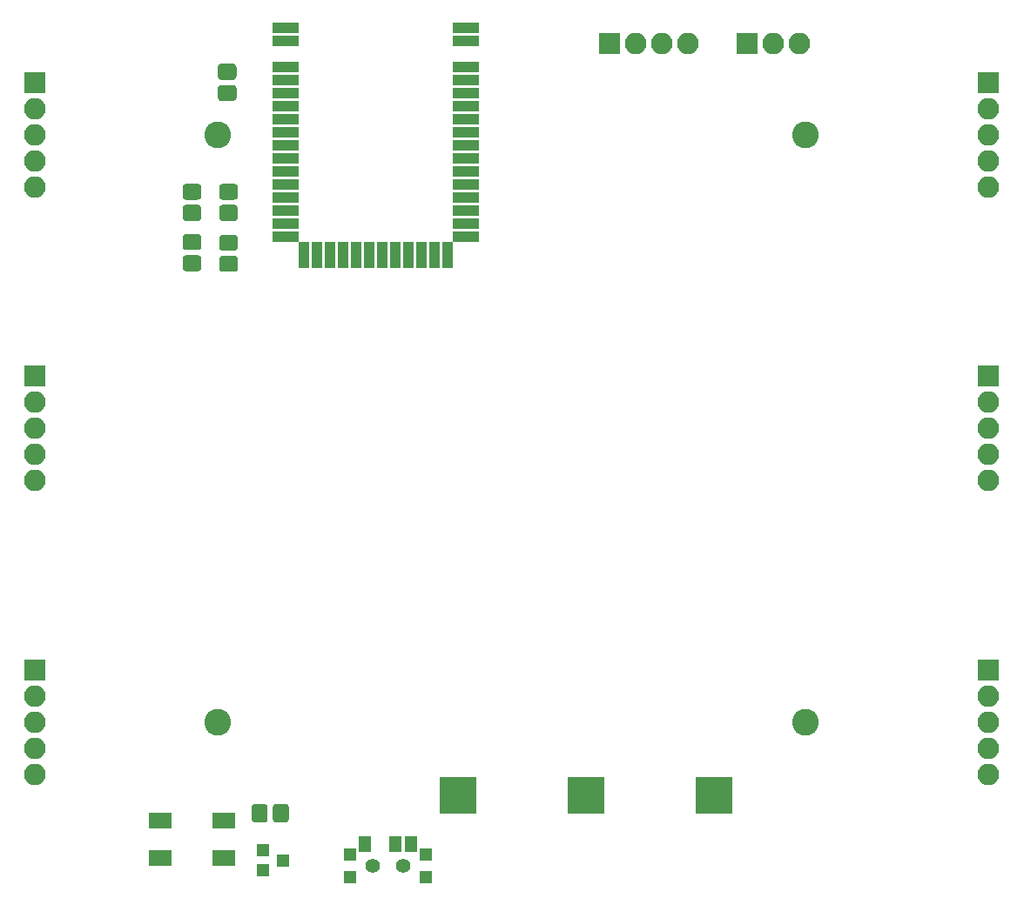
<source format=gbr>
G04 #@! TF.GenerationSoftware,KiCad,Pcbnew,(5.0.0)*
G04 #@! TF.CreationDate,2018-10-27T22:57:51-06:00*
G04 #@! TF.ProjectId,5x5_backpack,3578355F6261636B7061636B2E6B6963,rev?*
G04 #@! TF.SameCoordinates,Original*
G04 #@! TF.FileFunction,Soldermask,Top*
G04 #@! TF.FilePolarity,Negative*
%FSLAX46Y46*%
G04 Gerber Fmt 4.6, Leading zero omitted, Abs format (unit mm)*
G04 Created by KiCad (PCBNEW (5.0.0)) date 10/27/18 22:57:51*
%MOMM*%
%LPD*%
G01*
G04 APERTURE LIST*
%ADD10R,1.120000X2.600000*%
%ADD11R,2.600000X1.120000*%
%ADD12R,2.100000X2.100000*%
%ADD13O,2.100000X2.100000*%
%ADD14C,0.100000*%
%ADD15C,1.550000*%
%ADD16R,1.300000X1.200000*%
%ADD17R,3.650000X3.650000*%
%ADD18C,2.600000*%
%ADD19C,1.400000*%
%ADD20R,1.300000X1.650000*%
%ADD21R,1.300000X1.300000*%
%ADD22R,2.200000X1.500000*%
G04 APERTURE END LIST*
D10*
G04 #@! TO.C,U1*
X117602000Y-87884000D03*
X116332000Y-87884000D03*
X115062000Y-87884000D03*
X113792000Y-87884000D03*
X112522000Y-87884000D03*
X111252000Y-87884000D03*
X109982000Y-87884000D03*
X108712000Y-87884000D03*
X107442000Y-87884000D03*
X106172000Y-87884000D03*
X104902000Y-87884000D03*
X103632000Y-87884000D03*
D11*
X119380000Y-86106000D03*
X119380000Y-84836000D03*
X119380000Y-83566000D03*
X119380000Y-82296000D03*
X119380000Y-81026000D03*
X119380000Y-79756000D03*
X119380000Y-78486000D03*
X119380000Y-77216000D03*
X119380000Y-75946000D03*
X119380000Y-74676000D03*
X119380000Y-73406000D03*
X119380000Y-72136000D03*
X119380000Y-70866000D03*
X119380000Y-69596000D03*
X119380000Y-67056000D03*
X119380000Y-65786000D03*
X101854000Y-65786000D03*
X101854000Y-67056000D03*
X101854000Y-69596000D03*
X101854000Y-70866000D03*
X101854000Y-72136000D03*
X101854000Y-73406000D03*
X101854000Y-74676000D03*
X101854000Y-75946000D03*
X101854000Y-77216000D03*
X101854000Y-78486000D03*
X101854000Y-79756000D03*
X101854000Y-81026000D03*
X101854000Y-82296000D03*
X101854000Y-83566000D03*
X101854000Y-84836000D03*
X101854000Y-86106000D03*
G04 #@! TD*
D12*
G04 #@! TO.C,J6*
X170180000Y-99695000D03*
D13*
X170180000Y-102235000D03*
X170180000Y-104775000D03*
X170180000Y-107315000D03*
X170180000Y-109855000D03*
G04 #@! TD*
D14*
G04 #@! TO.C,C1*
G36*
X93306071Y-83046623D02*
X93338781Y-83051475D01*
X93370857Y-83059509D01*
X93401991Y-83070649D01*
X93431884Y-83084787D01*
X93460247Y-83101787D01*
X93486807Y-83121485D01*
X93511308Y-83143692D01*
X93533515Y-83168193D01*
X93553213Y-83194753D01*
X93570213Y-83223116D01*
X93584351Y-83253009D01*
X93595491Y-83284143D01*
X93603525Y-83316219D01*
X93608377Y-83348929D01*
X93610000Y-83381956D01*
X93610000Y-84258044D01*
X93608377Y-84291071D01*
X93603525Y-84323781D01*
X93595491Y-84355857D01*
X93584351Y-84386991D01*
X93570213Y-84416884D01*
X93553213Y-84445247D01*
X93533515Y-84471807D01*
X93511308Y-84496308D01*
X93486807Y-84518515D01*
X93460247Y-84538213D01*
X93431884Y-84555213D01*
X93401991Y-84569351D01*
X93370857Y-84580491D01*
X93338781Y-84588525D01*
X93306071Y-84593377D01*
X93273044Y-84595000D01*
X92146956Y-84595000D01*
X92113929Y-84593377D01*
X92081219Y-84588525D01*
X92049143Y-84580491D01*
X92018009Y-84569351D01*
X91988116Y-84555213D01*
X91959753Y-84538213D01*
X91933193Y-84518515D01*
X91908692Y-84496308D01*
X91886485Y-84471807D01*
X91866787Y-84445247D01*
X91849787Y-84416884D01*
X91835649Y-84386991D01*
X91824509Y-84355857D01*
X91816475Y-84323781D01*
X91811623Y-84291071D01*
X91810000Y-84258044D01*
X91810000Y-83381956D01*
X91811623Y-83348929D01*
X91816475Y-83316219D01*
X91824509Y-83284143D01*
X91835649Y-83253009D01*
X91849787Y-83223116D01*
X91866787Y-83194753D01*
X91886485Y-83168193D01*
X91908692Y-83143692D01*
X91933193Y-83121485D01*
X91959753Y-83101787D01*
X91988116Y-83084787D01*
X92018009Y-83070649D01*
X92049143Y-83059509D01*
X92081219Y-83051475D01*
X92113929Y-83046623D01*
X92146956Y-83045000D01*
X93273044Y-83045000D01*
X93306071Y-83046623D01*
X93306071Y-83046623D01*
G37*
D15*
X92710000Y-83820000D03*
D14*
G36*
X93306071Y-80996623D02*
X93338781Y-81001475D01*
X93370857Y-81009509D01*
X93401991Y-81020649D01*
X93431884Y-81034787D01*
X93460247Y-81051787D01*
X93486807Y-81071485D01*
X93511308Y-81093692D01*
X93533515Y-81118193D01*
X93553213Y-81144753D01*
X93570213Y-81173116D01*
X93584351Y-81203009D01*
X93595491Y-81234143D01*
X93603525Y-81266219D01*
X93608377Y-81298929D01*
X93610000Y-81331956D01*
X93610000Y-82208044D01*
X93608377Y-82241071D01*
X93603525Y-82273781D01*
X93595491Y-82305857D01*
X93584351Y-82336991D01*
X93570213Y-82366884D01*
X93553213Y-82395247D01*
X93533515Y-82421807D01*
X93511308Y-82446308D01*
X93486807Y-82468515D01*
X93460247Y-82488213D01*
X93431884Y-82505213D01*
X93401991Y-82519351D01*
X93370857Y-82530491D01*
X93338781Y-82538525D01*
X93306071Y-82543377D01*
X93273044Y-82545000D01*
X92146956Y-82545000D01*
X92113929Y-82543377D01*
X92081219Y-82538525D01*
X92049143Y-82530491D01*
X92018009Y-82519351D01*
X91988116Y-82505213D01*
X91959753Y-82488213D01*
X91933193Y-82468515D01*
X91908692Y-82446308D01*
X91886485Y-82421807D01*
X91866787Y-82395247D01*
X91849787Y-82366884D01*
X91835649Y-82336991D01*
X91824509Y-82305857D01*
X91816475Y-82273781D01*
X91811623Y-82241071D01*
X91810000Y-82208044D01*
X91810000Y-81331956D01*
X91811623Y-81298929D01*
X91816475Y-81266219D01*
X91824509Y-81234143D01*
X91835649Y-81203009D01*
X91849787Y-81173116D01*
X91866787Y-81144753D01*
X91886485Y-81118193D01*
X91908692Y-81093692D01*
X91933193Y-81071485D01*
X91959753Y-81051787D01*
X91988116Y-81034787D01*
X92018009Y-81020649D01*
X92049143Y-81009509D01*
X92081219Y-81001475D01*
X92113929Y-80996623D01*
X92146956Y-80995000D01*
X93273044Y-80995000D01*
X93306071Y-80996623D01*
X93306071Y-80996623D01*
G37*
D15*
X92710000Y-81770000D03*
G04 #@! TD*
D14*
G04 #@! TO.C,C2*
G36*
X93306071Y-85895123D02*
X93338781Y-85899975D01*
X93370857Y-85908009D01*
X93401991Y-85919149D01*
X93431884Y-85933287D01*
X93460247Y-85950287D01*
X93486807Y-85969985D01*
X93511308Y-85992192D01*
X93533515Y-86016693D01*
X93553213Y-86043253D01*
X93570213Y-86071616D01*
X93584351Y-86101509D01*
X93595491Y-86132643D01*
X93603525Y-86164719D01*
X93608377Y-86197429D01*
X93610000Y-86230456D01*
X93610000Y-87106544D01*
X93608377Y-87139571D01*
X93603525Y-87172281D01*
X93595491Y-87204357D01*
X93584351Y-87235491D01*
X93570213Y-87265384D01*
X93553213Y-87293747D01*
X93533515Y-87320307D01*
X93511308Y-87344808D01*
X93486807Y-87367015D01*
X93460247Y-87386713D01*
X93431884Y-87403713D01*
X93401991Y-87417851D01*
X93370857Y-87428991D01*
X93338781Y-87437025D01*
X93306071Y-87441877D01*
X93273044Y-87443500D01*
X92146956Y-87443500D01*
X92113929Y-87441877D01*
X92081219Y-87437025D01*
X92049143Y-87428991D01*
X92018009Y-87417851D01*
X91988116Y-87403713D01*
X91959753Y-87386713D01*
X91933193Y-87367015D01*
X91908692Y-87344808D01*
X91886485Y-87320307D01*
X91866787Y-87293747D01*
X91849787Y-87265384D01*
X91835649Y-87235491D01*
X91824509Y-87204357D01*
X91816475Y-87172281D01*
X91811623Y-87139571D01*
X91810000Y-87106544D01*
X91810000Y-86230456D01*
X91811623Y-86197429D01*
X91816475Y-86164719D01*
X91824509Y-86132643D01*
X91835649Y-86101509D01*
X91849787Y-86071616D01*
X91866787Y-86043253D01*
X91886485Y-86016693D01*
X91908692Y-85992192D01*
X91933193Y-85969985D01*
X91959753Y-85950287D01*
X91988116Y-85933287D01*
X92018009Y-85919149D01*
X92049143Y-85908009D01*
X92081219Y-85899975D01*
X92113929Y-85895123D01*
X92146956Y-85893500D01*
X93273044Y-85893500D01*
X93306071Y-85895123D01*
X93306071Y-85895123D01*
G37*
D15*
X92710000Y-86668500D03*
D14*
G36*
X93306071Y-87945123D02*
X93338781Y-87949975D01*
X93370857Y-87958009D01*
X93401991Y-87969149D01*
X93431884Y-87983287D01*
X93460247Y-88000287D01*
X93486807Y-88019985D01*
X93511308Y-88042192D01*
X93533515Y-88066693D01*
X93553213Y-88093253D01*
X93570213Y-88121616D01*
X93584351Y-88151509D01*
X93595491Y-88182643D01*
X93603525Y-88214719D01*
X93608377Y-88247429D01*
X93610000Y-88280456D01*
X93610000Y-89156544D01*
X93608377Y-89189571D01*
X93603525Y-89222281D01*
X93595491Y-89254357D01*
X93584351Y-89285491D01*
X93570213Y-89315384D01*
X93553213Y-89343747D01*
X93533515Y-89370307D01*
X93511308Y-89394808D01*
X93486807Y-89417015D01*
X93460247Y-89436713D01*
X93431884Y-89453713D01*
X93401991Y-89467851D01*
X93370857Y-89478991D01*
X93338781Y-89487025D01*
X93306071Y-89491877D01*
X93273044Y-89493500D01*
X92146956Y-89493500D01*
X92113929Y-89491877D01*
X92081219Y-89487025D01*
X92049143Y-89478991D01*
X92018009Y-89467851D01*
X91988116Y-89453713D01*
X91959753Y-89436713D01*
X91933193Y-89417015D01*
X91908692Y-89394808D01*
X91886485Y-89370307D01*
X91866787Y-89343747D01*
X91849787Y-89315384D01*
X91835649Y-89285491D01*
X91824509Y-89254357D01*
X91816475Y-89222281D01*
X91811623Y-89189571D01*
X91810000Y-89156544D01*
X91810000Y-88280456D01*
X91811623Y-88247429D01*
X91816475Y-88214719D01*
X91824509Y-88182643D01*
X91835649Y-88151509D01*
X91849787Y-88121616D01*
X91866787Y-88093253D01*
X91886485Y-88066693D01*
X91908692Y-88042192D01*
X91933193Y-88019985D01*
X91959753Y-88000287D01*
X91988116Y-87983287D01*
X92018009Y-87969149D01*
X92049143Y-87958009D01*
X92081219Y-87949975D01*
X92113929Y-87945123D01*
X92146956Y-87943500D01*
X93273044Y-87943500D01*
X93306071Y-87945123D01*
X93306071Y-87945123D01*
G37*
D15*
X92710000Y-88718500D03*
G04 #@! TD*
D14*
G04 #@! TO.C,C3*
G36*
X96862071Y-88008623D02*
X96894781Y-88013475D01*
X96926857Y-88021509D01*
X96957991Y-88032649D01*
X96987884Y-88046787D01*
X97016247Y-88063787D01*
X97042807Y-88083485D01*
X97067308Y-88105692D01*
X97089515Y-88130193D01*
X97109213Y-88156753D01*
X97126213Y-88185116D01*
X97140351Y-88215009D01*
X97151491Y-88246143D01*
X97159525Y-88278219D01*
X97164377Y-88310929D01*
X97166000Y-88343956D01*
X97166000Y-89220044D01*
X97164377Y-89253071D01*
X97159525Y-89285781D01*
X97151491Y-89317857D01*
X97140351Y-89348991D01*
X97126213Y-89378884D01*
X97109213Y-89407247D01*
X97089515Y-89433807D01*
X97067308Y-89458308D01*
X97042807Y-89480515D01*
X97016247Y-89500213D01*
X96987884Y-89517213D01*
X96957991Y-89531351D01*
X96926857Y-89542491D01*
X96894781Y-89550525D01*
X96862071Y-89555377D01*
X96829044Y-89557000D01*
X95702956Y-89557000D01*
X95669929Y-89555377D01*
X95637219Y-89550525D01*
X95605143Y-89542491D01*
X95574009Y-89531351D01*
X95544116Y-89517213D01*
X95515753Y-89500213D01*
X95489193Y-89480515D01*
X95464692Y-89458308D01*
X95442485Y-89433807D01*
X95422787Y-89407247D01*
X95405787Y-89378884D01*
X95391649Y-89348991D01*
X95380509Y-89317857D01*
X95372475Y-89285781D01*
X95367623Y-89253071D01*
X95366000Y-89220044D01*
X95366000Y-88343956D01*
X95367623Y-88310929D01*
X95372475Y-88278219D01*
X95380509Y-88246143D01*
X95391649Y-88215009D01*
X95405787Y-88185116D01*
X95422787Y-88156753D01*
X95442485Y-88130193D01*
X95464692Y-88105692D01*
X95489193Y-88083485D01*
X95515753Y-88063787D01*
X95544116Y-88046787D01*
X95574009Y-88032649D01*
X95605143Y-88021509D01*
X95637219Y-88013475D01*
X95669929Y-88008623D01*
X95702956Y-88007000D01*
X96829044Y-88007000D01*
X96862071Y-88008623D01*
X96862071Y-88008623D01*
G37*
D15*
X96266000Y-88782000D03*
D14*
G36*
X96862071Y-85958623D02*
X96894781Y-85963475D01*
X96926857Y-85971509D01*
X96957991Y-85982649D01*
X96987884Y-85996787D01*
X97016247Y-86013787D01*
X97042807Y-86033485D01*
X97067308Y-86055692D01*
X97089515Y-86080193D01*
X97109213Y-86106753D01*
X97126213Y-86135116D01*
X97140351Y-86165009D01*
X97151491Y-86196143D01*
X97159525Y-86228219D01*
X97164377Y-86260929D01*
X97166000Y-86293956D01*
X97166000Y-87170044D01*
X97164377Y-87203071D01*
X97159525Y-87235781D01*
X97151491Y-87267857D01*
X97140351Y-87298991D01*
X97126213Y-87328884D01*
X97109213Y-87357247D01*
X97089515Y-87383807D01*
X97067308Y-87408308D01*
X97042807Y-87430515D01*
X97016247Y-87450213D01*
X96987884Y-87467213D01*
X96957991Y-87481351D01*
X96926857Y-87492491D01*
X96894781Y-87500525D01*
X96862071Y-87505377D01*
X96829044Y-87507000D01*
X95702956Y-87507000D01*
X95669929Y-87505377D01*
X95637219Y-87500525D01*
X95605143Y-87492491D01*
X95574009Y-87481351D01*
X95544116Y-87467213D01*
X95515753Y-87450213D01*
X95489193Y-87430515D01*
X95464692Y-87408308D01*
X95442485Y-87383807D01*
X95422787Y-87357247D01*
X95405787Y-87328884D01*
X95391649Y-87298991D01*
X95380509Y-87267857D01*
X95372475Y-87235781D01*
X95367623Y-87203071D01*
X95366000Y-87170044D01*
X95366000Y-86293956D01*
X95367623Y-86260929D01*
X95372475Y-86228219D01*
X95380509Y-86196143D01*
X95391649Y-86165009D01*
X95405787Y-86135116D01*
X95422787Y-86106753D01*
X95442485Y-86080193D01*
X95464692Y-86055692D01*
X95489193Y-86033485D01*
X95515753Y-86013787D01*
X95544116Y-85996787D01*
X95574009Y-85982649D01*
X95605143Y-85971509D01*
X95637219Y-85963475D01*
X95669929Y-85958623D01*
X95702956Y-85957000D01*
X96829044Y-85957000D01*
X96862071Y-85958623D01*
X96862071Y-85958623D01*
G37*
D15*
X96266000Y-86732000D03*
G04 #@! TD*
D14*
G04 #@! TO.C,C4*
G36*
X96735071Y-69321623D02*
X96767781Y-69326475D01*
X96799857Y-69334509D01*
X96830991Y-69345649D01*
X96860884Y-69359787D01*
X96889247Y-69376787D01*
X96915807Y-69396485D01*
X96940308Y-69418692D01*
X96962515Y-69443193D01*
X96982213Y-69469753D01*
X96999213Y-69498116D01*
X97013351Y-69528009D01*
X97024491Y-69559143D01*
X97032525Y-69591219D01*
X97037377Y-69623929D01*
X97039000Y-69656956D01*
X97039000Y-70533044D01*
X97037377Y-70566071D01*
X97032525Y-70598781D01*
X97024491Y-70630857D01*
X97013351Y-70661991D01*
X96999213Y-70691884D01*
X96982213Y-70720247D01*
X96962515Y-70746807D01*
X96940308Y-70771308D01*
X96915807Y-70793515D01*
X96889247Y-70813213D01*
X96860884Y-70830213D01*
X96830991Y-70844351D01*
X96799857Y-70855491D01*
X96767781Y-70863525D01*
X96735071Y-70868377D01*
X96702044Y-70870000D01*
X95575956Y-70870000D01*
X95542929Y-70868377D01*
X95510219Y-70863525D01*
X95478143Y-70855491D01*
X95447009Y-70844351D01*
X95417116Y-70830213D01*
X95388753Y-70813213D01*
X95362193Y-70793515D01*
X95337692Y-70771308D01*
X95315485Y-70746807D01*
X95295787Y-70720247D01*
X95278787Y-70691884D01*
X95264649Y-70661991D01*
X95253509Y-70630857D01*
X95245475Y-70598781D01*
X95240623Y-70566071D01*
X95239000Y-70533044D01*
X95239000Y-69656956D01*
X95240623Y-69623929D01*
X95245475Y-69591219D01*
X95253509Y-69559143D01*
X95264649Y-69528009D01*
X95278787Y-69498116D01*
X95295787Y-69469753D01*
X95315485Y-69443193D01*
X95337692Y-69418692D01*
X95362193Y-69396485D01*
X95388753Y-69376787D01*
X95417116Y-69359787D01*
X95447009Y-69345649D01*
X95478143Y-69334509D01*
X95510219Y-69326475D01*
X95542929Y-69321623D01*
X95575956Y-69320000D01*
X96702044Y-69320000D01*
X96735071Y-69321623D01*
X96735071Y-69321623D01*
G37*
D15*
X96139000Y-70095000D03*
D14*
G36*
X96735071Y-71371623D02*
X96767781Y-71376475D01*
X96799857Y-71384509D01*
X96830991Y-71395649D01*
X96860884Y-71409787D01*
X96889247Y-71426787D01*
X96915807Y-71446485D01*
X96940308Y-71468692D01*
X96962515Y-71493193D01*
X96982213Y-71519753D01*
X96999213Y-71548116D01*
X97013351Y-71578009D01*
X97024491Y-71609143D01*
X97032525Y-71641219D01*
X97037377Y-71673929D01*
X97039000Y-71706956D01*
X97039000Y-72583044D01*
X97037377Y-72616071D01*
X97032525Y-72648781D01*
X97024491Y-72680857D01*
X97013351Y-72711991D01*
X96999213Y-72741884D01*
X96982213Y-72770247D01*
X96962515Y-72796807D01*
X96940308Y-72821308D01*
X96915807Y-72843515D01*
X96889247Y-72863213D01*
X96860884Y-72880213D01*
X96830991Y-72894351D01*
X96799857Y-72905491D01*
X96767781Y-72913525D01*
X96735071Y-72918377D01*
X96702044Y-72920000D01*
X95575956Y-72920000D01*
X95542929Y-72918377D01*
X95510219Y-72913525D01*
X95478143Y-72905491D01*
X95447009Y-72894351D01*
X95417116Y-72880213D01*
X95388753Y-72863213D01*
X95362193Y-72843515D01*
X95337692Y-72821308D01*
X95315485Y-72796807D01*
X95295787Y-72770247D01*
X95278787Y-72741884D01*
X95264649Y-72711991D01*
X95253509Y-72680857D01*
X95245475Y-72648781D01*
X95240623Y-72616071D01*
X95239000Y-72583044D01*
X95239000Y-71706956D01*
X95240623Y-71673929D01*
X95245475Y-71641219D01*
X95253509Y-71609143D01*
X95264649Y-71578009D01*
X95278787Y-71548116D01*
X95295787Y-71519753D01*
X95315485Y-71493193D01*
X95337692Y-71468692D01*
X95362193Y-71446485D01*
X95388753Y-71426787D01*
X95417116Y-71409787D01*
X95447009Y-71395649D01*
X95478143Y-71384509D01*
X95510219Y-71376475D01*
X95542929Y-71371623D01*
X95575956Y-71370000D01*
X96702044Y-71370000D01*
X96735071Y-71371623D01*
X96735071Y-71371623D01*
G37*
D15*
X96139000Y-72145000D03*
G04 #@! TD*
D14*
G04 #@! TO.C,L1*
G36*
X96862071Y-80996623D02*
X96894781Y-81001475D01*
X96926857Y-81009509D01*
X96957991Y-81020649D01*
X96987884Y-81034787D01*
X97016247Y-81051787D01*
X97042807Y-81071485D01*
X97067308Y-81093692D01*
X97089515Y-81118193D01*
X97109213Y-81144753D01*
X97126213Y-81173116D01*
X97140351Y-81203009D01*
X97151491Y-81234143D01*
X97159525Y-81266219D01*
X97164377Y-81298929D01*
X97166000Y-81331956D01*
X97166000Y-82208044D01*
X97164377Y-82241071D01*
X97159525Y-82273781D01*
X97151491Y-82305857D01*
X97140351Y-82336991D01*
X97126213Y-82366884D01*
X97109213Y-82395247D01*
X97089515Y-82421807D01*
X97067308Y-82446308D01*
X97042807Y-82468515D01*
X97016247Y-82488213D01*
X96987884Y-82505213D01*
X96957991Y-82519351D01*
X96926857Y-82530491D01*
X96894781Y-82538525D01*
X96862071Y-82543377D01*
X96829044Y-82545000D01*
X95702956Y-82545000D01*
X95669929Y-82543377D01*
X95637219Y-82538525D01*
X95605143Y-82530491D01*
X95574009Y-82519351D01*
X95544116Y-82505213D01*
X95515753Y-82488213D01*
X95489193Y-82468515D01*
X95464692Y-82446308D01*
X95442485Y-82421807D01*
X95422787Y-82395247D01*
X95405787Y-82366884D01*
X95391649Y-82336991D01*
X95380509Y-82305857D01*
X95372475Y-82273781D01*
X95367623Y-82241071D01*
X95366000Y-82208044D01*
X95366000Y-81331956D01*
X95367623Y-81298929D01*
X95372475Y-81266219D01*
X95380509Y-81234143D01*
X95391649Y-81203009D01*
X95405787Y-81173116D01*
X95422787Y-81144753D01*
X95442485Y-81118193D01*
X95464692Y-81093692D01*
X95489193Y-81071485D01*
X95515753Y-81051787D01*
X95544116Y-81034787D01*
X95574009Y-81020649D01*
X95605143Y-81009509D01*
X95637219Y-81001475D01*
X95669929Y-80996623D01*
X95702956Y-80995000D01*
X96829044Y-80995000D01*
X96862071Y-80996623D01*
X96862071Y-80996623D01*
G37*
D15*
X96266000Y-81770000D03*
D14*
G36*
X96862071Y-83046623D02*
X96894781Y-83051475D01*
X96926857Y-83059509D01*
X96957991Y-83070649D01*
X96987884Y-83084787D01*
X97016247Y-83101787D01*
X97042807Y-83121485D01*
X97067308Y-83143692D01*
X97089515Y-83168193D01*
X97109213Y-83194753D01*
X97126213Y-83223116D01*
X97140351Y-83253009D01*
X97151491Y-83284143D01*
X97159525Y-83316219D01*
X97164377Y-83348929D01*
X97166000Y-83381956D01*
X97166000Y-84258044D01*
X97164377Y-84291071D01*
X97159525Y-84323781D01*
X97151491Y-84355857D01*
X97140351Y-84386991D01*
X97126213Y-84416884D01*
X97109213Y-84445247D01*
X97089515Y-84471807D01*
X97067308Y-84496308D01*
X97042807Y-84518515D01*
X97016247Y-84538213D01*
X96987884Y-84555213D01*
X96957991Y-84569351D01*
X96926857Y-84580491D01*
X96894781Y-84588525D01*
X96862071Y-84593377D01*
X96829044Y-84595000D01*
X95702956Y-84595000D01*
X95669929Y-84593377D01*
X95637219Y-84588525D01*
X95605143Y-84580491D01*
X95574009Y-84569351D01*
X95544116Y-84555213D01*
X95515753Y-84538213D01*
X95489193Y-84518515D01*
X95464692Y-84496308D01*
X95442485Y-84471807D01*
X95422787Y-84445247D01*
X95405787Y-84416884D01*
X95391649Y-84386991D01*
X95380509Y-84355857D01*
X95372475Y-84323781D01*
X95367623Y-84291071D01*
X95366000Y-84258044D01*
X95366000Y-83381956D01*
X95367623Y-83348929D01*
X95372475Y-83316219D01*
X95380509Y-83284143D01*
X95391649Y-83253009D01*
X95405787Y-83223116D01*
X95422787Y-83194753D01*
X95442485Y-83168193D01*
X95464692Y-83143692D01*
X95489193Y-83121485D01*
X95515753Y-83101787D01*
X95544116Y-83084787D01*
X95574009Y-83070649D01*
X95605143Y-83059509D01*
X95637219Y-83051475D01*
X95669929Y-83046623D01*
X95702956Y-83045000D01*
X96829044Y-83045000D01*
X96862071Y-83046623D01*
X96862071Y-83046623D01*
G37*
D15*
X96266000Y-83820000D03*
G04 #@! TD*
D16*
G04 #@! TO.C,Q1*
X99584000Y-145862000D03*
X99584000Y-147762000D03*
X101584000Y-146812000D03*
G04 #@! TD*
D14*
G04 #@! TO.C,R1*
G36*
X99776071Y-141341623D02*
X99808781Y-141346475D01*
X99840857Y-141354509D01*
X99871991Y-141365649D01*
X99901884Y-141379787D01*
X99930247Y-141396787D01*
X99956807Y-141416485D01*
X99981308Y-141438692D01*
X100003515Y-141463193D01*
X100023213Y-141489753D01*
X100040213Y-141518116D01*
X100054351Y-141548009D01*
X100065491Y-141579143D01*
X100073525Y-141611219D01*
X100078377Y-141643929D01*
X100080000Y-141676956D01*
X100080000Y-142803044D01*
X100078377Y-142836071D01*
X100073525Y-142868781D01*
X100065491Y-142900857D01*
X100054351Y-142931991D01*
X100040213Y-142961884D01*
X100023213Y-142990247D01*
X100003515Y-143016807D01*
X99981308Y-143041308D01*
X99956807Y-143063515D01*
X99930247Y-143083213D01*
X99901884Y-143100213D01*
X99871991Y-143114351D01*
X99840857Y-143125491D01*
X99808781Y-143133525D01*
X99776071Y-143138377D01*
X99743044Y-143140000D01*
X98866956Y-143140000D01*
X98833929Y-143138377D01*
X98801219Y-143133525D01*
X98769143Y-143125491D01*
X98738009Y-143114351D01*
X98708116Y-143100213D01*
X98679753Y-143083213D01*
X98653193Y-143063515D01*
X98628692Y-143041308D01*
X98606485Y-143016807D01*
X98586787Y-142990247D01*
X98569787Y-142961884D01*
X98555649Y-142931991D01*
X98544509Y-142900857D01*
X98536475Y-142868781D01*
X98531623Y-142836071D01*
X98530000Y-142803044D01*
X98530000Y-141676956D01*
X98531623Y-141643929D01*
X98536475Y-141611219D01*
X98544509Y-141579143D01*
X98555649Y-141548009D01*
X98569787Y-141518116D01*
X98586787Y-141489753D01*
X98606485Y-141463193D01*
X98628692Y-141438692D01*
X98653193Y-141416485D01*
X98679753Y-141396787D01*
X98708116Y-141379787D01*
X98738009Y-141365649D01*
X98769143Y-141354509D01*
X98801219Y-141346475D01*
X98833929Y-141341623D01*
X98866956Y-141340000D01*
X99743044Y-141340000D01*
X99776071Y-141341623D01*
X99776071Y-141341623D01*
G37*
D15*
X99305000Y-142240000D03*
D14*
G36*
X101826071Y-141341623D02*
X101858781Y-141346475D01*
X101890857Y-141354509D01*
X101921991Y-141365649D01*
X101951884Y-141379787D01*
X101980247Y-141396787D01*
X102006807Y-141416485D01*
X102031308Y-141438692D01*
X102053515Y-141463193D01*
X102073213Y-141489753D01*
X102090213Y-141518116D01*
X102104351Y-141548009D01*
X102115491Y-141579143D01*
X102123525Y-141611219D01*
X102128377Y-141643929D01*
X102130000Y-141676956D01*
X102130000Y-142803044D01*
X102128377Y-142836071D01*
X102123525Y-142868781D01*
X102115491Y-142900857D01*
X102104351Y-142931991D01*
X102090213Y-142961884D01*
X102073213Y-142990247D01*
X102053515Y-143016807D01*
X102031308Y-143041308D01*
X102006807Y-143063515D01*
X101980247Y-143083213D01*
X101951884Y-143100213D01*
X101921991Y-143114351D01*
X101890857Y-143125491D01*
X101858781Y-143133525D01*
X101826071Y-143138377D01*
X101793044Y-143140000D01*
X100916956Y-143140000D01*
X100883929Y-143138377D01*
X100851219Y-143133525D01*
X100819143Y-143125491D01*
X100788009Y-143114351D01*
X100758116Y-143100213D01*
X100729753Y-143083213D01*
X100703193Y-143063515D01*
X100678692Y-143041308D01*
X100656485Y-143016807D01*
X100636787Y-142990247D01*
X100619787Y-142961884D01*
X100605649Y-142931991D01*
X100594509Y-142900857D01*
X100586475Y-142868781D01*
X100581623Y-142836071D01*
X100580000Y-142803044D01*
X100580000Y-141676956D01*
X100581623Y-141643929D01*
X100586475Y-141611219D01*
X100594509Y-141579143D01*
X100605649Y-141548009D01*
X100619787Y-141518116D01*
X100636787Y-141489753D01*
X100656485Y-141463193D01*
X100678692Y-141438692D01*
X100703193Y-141416485D01*
X100729753Y-141396787D01*
X100758116Y-141379787D01*
X100788009Y-141365649D01*
X100819143Y-141354509D01*
X100851219Y-141346475D01*
X100883929Y-141341623D01*
X100916956Y-141340000D01*
X101793044Y-141340000D01*
X101826071Y-141341623D01*
X101826071Y-141341623D01*
G37*
D15*
X101355000Y-142240000D03*
G04 #@! TD*
D17*
G04 #@! TO.C,E1*
X143510000Y-140462000D03*
X118618000Y-140462000D03*
X131064000Y-140462000D03*
G04 #@! TD*
D12*
G04 #@! TO.C,J9*
X133350000Y-67310000D03*
D13*
X135890000Y-67310000D03*
X138430000Y-67310000D03*
X140970000Y-67310000D03*
G04 #@! TD*
D12*
G04 #@! TO.C,J10*
X146685000Y-67310000D03*
D13*
X149225000Y-67310000D03*
X151765000Y-67310000D03*
G04 #@! TD*
D18*
G04 #@! TO.C,J11*
X95250000Y-133350000D03*
G04 #@! TD*
G04 #@! TO.C,J12*
X152400000Y-76200000D03*
G04 #@! TD*
G04 #@! TO.C,J13*
X152400000Y-133350000D03*
G04 #@! TD*
G04 #@! TO.C,J14*
X95250000Y-76200000D03*
G04 #@! TD*
D19*
G04 #@! TO.C,SW1*
X110260000Y-147320000D03*
X113260000Y-147320000D03*
D20*
X112510000Y-145245000D03*
X114010000Y-145245000D03*
X109510000Y-145245000D03*
D21*
X108060000Y-148420000D03*
X108060000Y-146220000D03*
X115460000Y-146220000D03*
X115460000Y-148420000D03*
G04 #@! TD*
D22*
G04 #@! TO.C,SW2*
X95810000Y-146630000D03*
X89610000Y-146630000D03*
X95810000Y-142930000D03*
X89610000Y-142930000D03*
G04 #@! TD*
D13*
G04 #@! TO.C,J1*
X77470000Y-81280000D03*
X77470000Y-78740000D03*
X77470000Y-76200000D03*
X77470000Y-73660000D03*
D12*
X77470000Y-71120000D03*
G04 #@! TD*
G04 #@! TO.C,J2*
X77470000Y-99695000D03*
D13*
X77470000Y-102235000D03*
X77470000Y-104775000D03*
X77470000Y-107315000D03*
X77470000Y-109855000D03*
G04 #@! TD*
D12*
G04 #@! TO.C,J3*
X77470000Y-128270000D03*
D13*
X77470000Y-130810000D03*
X77470000Y-133350000D03*
X77470000Y-135890000D03*
X77470000Y-138430000D03*
G04 #@! TD*
G04 #@! TO.C,J5*
X170180000Y-81280000D03*
X170180000Y-78740000D03*
X170180000Y-76200000D03*
X170180000Y-73660000D03*
D12*
X170180000Y-71120000D03*
G04 #@! TD*
D13*
G04 #@! TO.C,J7*
X170180000Y-138430000D03*
X170180000Y-135890000D03*
X170180000Y-133350000D03*
X170180000Y-130810000D03*
D12*
X170180000Y-128270000D03*
G04 #@! TD*
M02*

</source>
